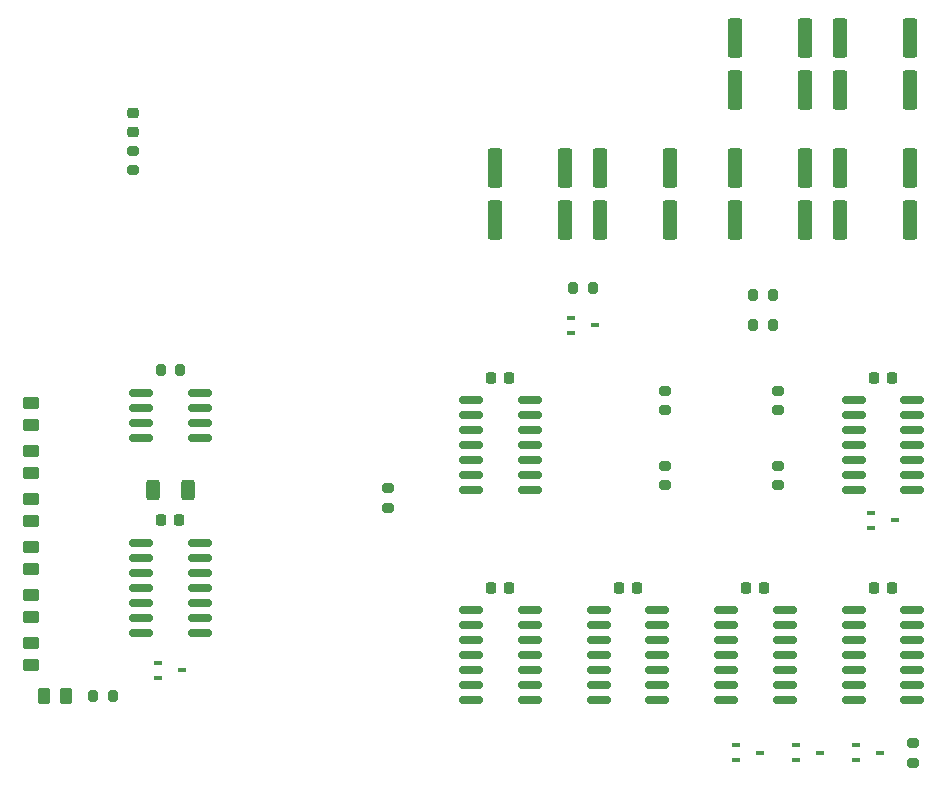
<source format=gtp>
%TF.GenerationSoftware,KiCad,Pcbnew,(6.0.5)*%
%TF.CreationDate,2022-06-14T16:57:57+01:00*%
%TF.ProjectId,hv_sense,68765f73-656e-4736-952e-6b696361645f,rev?*%
%TF.SameCoordinates,Original*%
%TF.FileFunction,Paste,Top*%
%TF.FilePolarity,Positive*%
%FSLAX46Y46*%
G04 Gerber Fmt 4.6, Leading zero omitted, Abs format (unit mm)*
G04 Created by KiCad (PCBNEW (6.0.5)) date 2022-06-14 16:57:57*
%MOMM*%
%LPD*%
G01*
G04 APERTURE LIST*
G04 Aperture macros list*
%AMRoundRect*
0 Rectangle with rounded corners*
0 $1 Rounding radius*
0 $2 $3 $4 $5 $6 $7 $8 $9 X,Y pos of 4 corners*
0 Add a 4 corners polygon primitive as box body*
4,1,4,$2,$3,$4,$5,$6,$7,$8,$9,$2,$3,0*
0 Add four circle primitives for the rounded corners*
1,1,$1+$1,$2,$3*
1,1,$1+$1,$4,$5*
1,1,$1+$1,$6,$7*
1,1,$1+$1,$8,$9*
0 Add four rect primitives between the rounded corners*
20,1,$1+$1,$2,$3,$4,$5,0*
20,1,$1+$1,$4,$5,$6,$7,0*
20,1,$1+$1,$6,$7,$8,$9,0*
20,1,$1+$1,$8,$9,$2,$3,0*%
G04 Aperture macros list end*
%ADD10RoundRect,0.250000X0.362500X1.425000X-0.362500X1.425000X-0.362500X-1.425000X0.362500X-1.425000X0*%
%ADD11RoundRect,0.225000X0.225000X0.250000X-0.225000X0.250000X-0.225000X-0.250000X0.225000X-0.250000X0*%
%ADD12RoundRect,0.150000X-0.825000X-0.150000X0.825000X-0.150000X0.825000X0.150000X-0.825000X0.150000X0*%
%ADD13RoundRect,0.200000X-0.275000X0.200000X-0.275000X-0.200000X0.275000X-0.200000X0.275000X0.200000X0*%
%ADD14R,0.700000X0.450000*%
%ADD15RoundRect,0.250000X-0.312500X-0.625000X0.312500X-0.625000X0.312500X0.625000X-0.312500X0.625000X0*%
%ADD16RoundRect,0.250000X0.450000X-0.262500X0.450000X0.262500X-0.450000X0.262500X-0.450000X-0.262500X0*%
%ADD17RoundRect,0.218750X0.256250X-0.218750X0.256250X0.218750X-0.256250X0.218750X-0.256250X-0.218750X0*%
%ADD18RoundRect,0.250000X-0.262500X-0.450000X0.262500X-0.450000X0.262500X0.450000X-0.262500X0.450000X0*%
%ADD19RoundRect,0.200000X-0.200000X-0.275000X0.200000X-0.275000X0.200000X0.275000X-0.200000X0.275000X0*%
%ADD20RoundRect,0.250000X-0.450000X0.262500X-0.450000X-0.262500X0.450000X-0.262500X0.450000X0.262500X0*%
%ADD21RoundRect,0.200000X0.200000X0.275000X-0.200000X0.275000X-0.200000X-0.275000X0.200000X-0.275000X0*%
%ADD22RoundRect,0.200000X0.275000X-0.200000X0.275000X0.200000X-0.275000X0.200000X-0.275000X-0.200000X0*%
G04 APERTURE END LIST*
D10*
%TO.C,R7*%
X164887500Y-38100000D03*
X158962500Y-38100000D03*
%TD*%
D11*
%TO.C,C10*%
X162065000Y-73660000D03*
X160515000Y-73660000D03*
%TD*%
D12*
%TO.C,U4*%
X169610000Y-75565000D03*
X169610000Y-76835000D03*
X169610000Y-78105000D03*
X169610000Y-79375000D03*
X169610000Y-80645000D03*
X169610000Y-81915000D03*
X169610000Y-83185000D03*
X174560000Y-83185000D03*
X174560000Y-81915000D03*
X174560000Y-80645000D03*
X174560000Y-79375000D03*
X174560000Y-78105000D03*
X174560000Y-76835000D03*
X174560000Y-75565000D03*
%TD*%
D13*
%TO.C,R10*%
X173990000Y-63310001D03*
X173990000Y-64960001D03*
%TD*%
D14*
%TO.C,D6*%
X121555000Y-79995000D03*
X121555000Y-81295000D03*
X123555000Y-80645000D03*
%TD*%
D15*
%TO.C,R27*%
X121092500Y-65405000D03*
X124017500Y-65405000D03*
%TD*%
D16*
%TO.C,R23*%
X110744000Y-80160500D03*
X110744000Y-78335500D03*
%TD*%
D17*
%TO.C,D7*%
X119380000Y-35077500D03*
X119380000Y-33502500D03*
%TD*%
D13*
%TO.C,R14*%
X185420000Y-86805000D03*
X185420000Y-88455000D03*
%TD*%
D18*
%TO.C,R29*%
X111863500Y-82804000D03*
X113688500Y-82804000D03*
%TD*%
D12*
%TO.C,U6*%
X180405000Y-75565000D03*
X180405000Y-76835000D03*
X180405000Y-78105000D03*
X180405000Y-79375000D03*
X180405000Y-80645000D03*
X180405000Y-81915000D03*
X180405000Y-83185000D03*
X185355000Y-83185000D03*
X185355000Y-81915000D03*
X185355000Y-80645000D03*
X185355000Y-79375000D03*
X185355000Y-78105000D03*
X185355000Y-76835000D03*
X185355000Y-75565000D03*
%TD*%
D14*
%TO.C,D2*%
X175530000Y-86980000D03*
X175530000Y-88280000D03*
X177530000Y-87630000D03*
%TD*%
D19*
%TO.C,R25*%
X116015000Y-82804000D03*
X117665000Y-82804000D03*
%TD*%
D13*
%TO.C,R26*%
X119380000Y-36640000D03*
X119380000Y-38290000D03*
%TD*%
D12*
%TO.C,U3*%
X158815000Y-75565000D03*
X158815000Y-76835000D03*
X158815000Y-78105000D03*
X158815000Y-79375000D03*
X158815000Y-80645000D03*
X158815000Y-81915000D03*
X158815000Y-83185000D03*
X163765000Y-83185000D03*
X163765000Y-81915000D03*
X163765000Y-80645000D03*
X163765000Y-79375000D03*
X163765000Y-78105000D03*
X163765000Y-76835000D03*
X163765000Y-75565000D03*
%TD*%
D14*
%TO.C,D4*%
X181880000Y-67295000D03*
X181880000Y-68595000D03*
X183880000Y-67945000D03*
%TD*%
D11*
%TO.C,C12*%
X151270000Y-73660000D03*
X149720000Y-73660000D03*
%TD*%
D19*
%TO.C,R19*%
X156655000Y-48260000D03*
X158305000Y-48260000D03*
%TD*%
D10*
%TO.C,R4*%
X185207500Y-42545000D03*
X179282500Y-42545000D03*
%TD*%
D13*
%TO.C,R9*%
X164465000Y-63310001D03*
X164465000Y-64960001D03*
%TD*%
D19*
%TO.C,R15*%
X171895000Y-51435000D03*
X173545000Y-51435000D03*
%TD*%
D20*
%TO.C,R20*%
X110744000Y-66143500D03*
X110744000Y-67968500D03*
%TD*%
D14*
%TO.C,D1*%
X170450000Y-86980000D03*
X170450000Y-88280000D03*
X172450000Y-87630000D03*
%TD*%
D10*
%TO.C,R13*%
X155997500Y-42545000D03*
X150072500Y-42545000D03*
%TD*%
D11*
%TO.C,C15*%
X183655000Y-73660000D03*
X182105000Y-73660000D03*
%TD*%
D10*
%TO.C,R2*%
X185207500Y-38100000D03*
X179282500Y-38100000D03*
%TD*%
D20*
%TO.C,R22*%
X110744000Y-74271500D03*
X110744000Y-76096500D03*
%TD*%
D13*
%TO.C,R6*%
X173990000Y-56960001D03*
X173990000Y-58610001D03*
%TD*%
D14*
%TO.C,D5*%
X156480000Y-50785000D03*
X156480000Y-52085000D03*
X158480000Y-51435000D03*
%TD*%
%TO.C,D3*%
X180610000Y-86980000D03*
X180610000Y-88280000D03*
X182610000Y-87630000D03*
%TD*%
D20*
%TO.C,R17*%
X110744000Y-58015500D03*
X110744000Y-59840500D03*
%TD*%
D10*
%TO.C,R8*%
X155997500Y-38100000D03*
X150072500Y-38100000D03*
%TD*%
D21*
%TO.C,R24*%
X123380000Y-55245000D03*
X121730000Y-55245000D03*
%TD*%
D10*
%TO.C,R3*%
X176317500Y-38100000D03*
X170392500Y-38100000D03*
%TD*%
D11*
%TO.C,C1*%
X123330000Y-67945000D03*
X121780000Y-67945000D03*
%TD*%
D10*
%TO.C,R12*%
X164887500Y-42545000D03*
X158962500Y-42545000D03*
%TD*%
%TO.C,R5*%
X176317500Y-42545000D03*
X170392500Y-42545000D03*
%TD*%
D12*
%TO.C,U2*%
X148020000Y-75565000D03*
X148020000Y-76835000D03*
X148020000Y-78105000D03*
X148020000Y-79375000D03*
X148020000Y-80645000D03*
X148020000Y-81915000D03*
X148020000Y-83185000D03*
X152970000Y-83185000D03*
X152970000Y-81915000D03*
X152970000Y-80645000D03*
X152970000Y-79375000D03*
X152970000Y-78105000D03*
X152970000Y-76835000D03*
X152970000Y-75565000D03*
%TD*%
%TO.C,U5*%
X180405000Y-57785000D03*
X180405000Y-59055000D03*
X180405000Y-60325000D03*
X180405000Y-61595000D03*
X180405000Y-62865000D03*
X180405000Y-64135000D03*
X180405000Y-65405000D03*
X185355000Y-65405000D03*
X185355000Y-64135000D03*
X185355000Y-62865000D03*
X185355000Y-61595000D03*
X185355000Y-60325000D03*
X185355000Y-59055000D03*
X185355000Y-57785000D03*
%TD*%
D13*
%TO.C,R11*%
X164465000Y-56960001D03*
X164465000Y-58610001D03*
%TD*%
D16*
%TO.C,R18*%
X110744000Y-63904500D03*
X110744000Y-62079500D03*
%TD*%
D10*
%TO.C,R30*%
X176262500Y-27100000D03*
X170337500Y-27100000D03*
%TD*%
D12*
%TO.C,U9*%
X120080000Y-57150000D03*
X120080000Y-58420000D03*
X120080000Y-59690000D03*
X120080000Y-60960000D03*
X125030000Y-60960000D03*
X125030000Y-59690000D03*
X125030000Y-58420000D03*
X125030000Y-57150000D03*
%TD*%
D10*
%TO.C,R32*%
X176262500Y-31500000D03*
X170337500Y-31500000D03*
%TD*%
D22*
%TO.C,R28*%
X140970000Y-66865000D03*
X140970000Y-65215000D03*
%TD*%
D11*
%TO.C,C13*%
X183655000Y-55880000D03*
X182105000Y-55880000D03*
%TD*%
D21*
%TO.C,R16*%
X173545000Y-48895000D03*
X171895000Y-48895000D03*
%TD*%
D12*
%TO.C,U8*%
X120080000Y-69850000D03*
X120080000Y-71120000D03*
X120080000Y-72390000D03*
X120080000Y-73660000D03*
X120080000Y-74930000D03*
X120080000Y-76200000D03*
X120080000Y-77470000D03*
X125030000Y-77470000D03*
X125030000Y-76200000D03*
X125030000Y-74930000D03*
X125030000Y-73660000D03*
X125030000Y-72390000D03*
X125030000Y-71120000D03*
X125030000Y-69850000D03*
%TD*%
D11*
%TO.C,C11*%
X172860000Y-73660000D03*
X171310000Y-73660000D03*
%TD*%
D12*
%TO.C,U1*%
X148020000Y-57785000D03*
X148020000Y-59055000D03*
X148020000Y-60325000D03*
X148020000Y-61595000D03*
X148020000Y-62865000D03*
X148020000Y-64135000D03*
X148020000Y-65405000D03*
X152970000Y-65405000D03*
X152970000Y-64135000D03*
X152970000Y-62865000D03*
X152970000Y-61595000D03*
X152970000Y-60325000D03*
X152970000Y-59055000D03*
X152970000Y-57785000D03*
%TD*%
D16*
%TO.C,R21*%
X110744000Y-72032500D03*
X110744000Y-70207500D03*
%TD*%
D11*
%TO.C,C9*%
X151270000Y-55880000D03*
X149720000Y-55880000D03*
%TD*%
D10*
%TO.C,R31*%
X185162500Y-27100000D03*
X179237500Y-27100000D03*
%TD*%
%TO.C,R1*%
X185162500Y-31500000D03*
X179237500Y-31500000D03*
%TD*%
M02*

</source>
